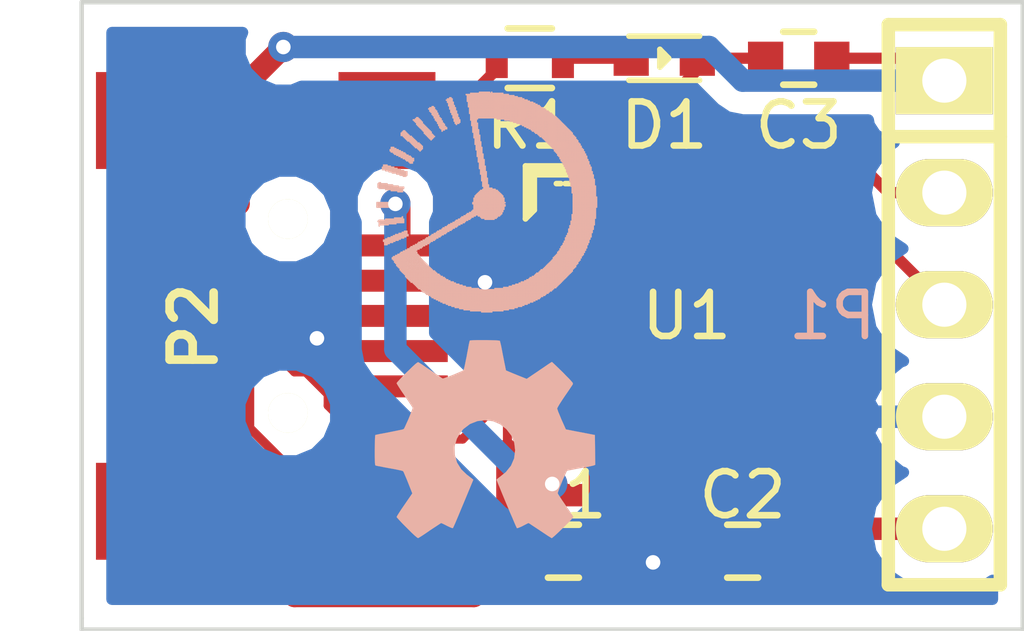
<source format=kicad_pcb>
(kicad_pcb (version 4) (host pcbnew "(2015-02-03 BZR 5404)-product")
  (title_block (date 2015'年'05'月'26'日'))
  (layers (0 F.Cu signal) (31 B.Cu signal) (34 B.Paste user) (35 F.Paste user) (36 B.SilkS user hide) (37 F.SilkS user) (38 B.Mask user) (39 F.Mask user) (44 Edge.Cuts user))
  (net 0 "")
  (net 1 GND)
  (net 2 +3V3)
  (net 3 VCC)
  (net 4 "Net-(D1-Pad1)")
  (net 5 /TXD)
  (net 6 /RXD)
  (net 7 /D-)
  (net 8 /D+)
  (module BASIC:CAP_0603 (layer F.Cu) (at 199.136 156.21)
    (fp_text reference C1 (at 0 -1.27) (layer F.SilkS))
    (fp_text value 10uf)
    (pad 1 smd rect (at -0.75 0) (size 0.8 0.75) (layers F.Cu F.Paste F.Mask) (net 2 +3V3))
    (pad 2 smd rect (at 0.75 0) (size 0.8 0.75) (layers F.Cu F.Paste F.Mask) (net 1 GND))
  )
  (module BASIC:CAP_0603 (layer F.Cu) (at 203.2 156.21 180)
    (fp_text reference C2 (at 0 1.27 180) (layer F.SilkS))
    (fp_text value 1uf)
    (pad 1 smd rect (at -0.75 0 180) (size 0.8 0.75) (layers F.Cu F.Paste F.Mask) (net 3 VCC))
    (pad 2 smd rect (at 0.75 0 180) (size 0.8 0.75) (layers F.Cu F.Paste F.Mask) (net 1 GND))
  )
  (module BASIC:CAP_0603 (layer F.Cu) (at 204.47 145.034 180)
    (fp_text reference C3 (at 0 -1.524 180) (layer F.SilkS))
    (fp_text value 0.1uf)
    (pad 1 smd rect (at -0.75 0 180) (size 0.8 0.75) (layers F.Cu F.Paste F.Mask) (net 2 +3V3))
    (pad 2 smd rect (at 0.75 0 180) (size 0.8 0.75) (layers F.Cu F.Paste F.Mask) (net 1 GND))
  )
  (module BASIC:LED-0603 (layer F.Cu) (at 201.422 145.034)
    (fp_text reference D1 (at 0 1.524) (layer F.SilkS))
    (fp_text value LED hide)
    (pad 1 smd rect (at -0.7493 0) (size 0.79756 0.79756) (layers F.Cu F.Paste F.Mask) (net 4 "Net-(D1-Pad1)"))
    (pad 2 smd rect (at 0.7493 0) (size 0.79756 0.79756) (layers F.Cu F.Paste F.Mask) (net 1 GND))
  )
  (module BASIC:R_0603 (layer F.Cu) (at 198.374 145.034)
    (fp_text reference R1 (at 0 1.524) (layer F.SilkS))
    (fp_text value 330)
    (pad 1 smd rect (at -0.75 0) (size 0.5 0.9) (layers F.Cu F.Paste F.Mask) (net 3 VCC))
    (pad 2 smd rect (at 0.75 0) (size 0.5 0.9) (layers F.Cu F.Paste F.Mask) (net 4 "Net-(D1-Pad1)"))
  )
  (module BASIC:QFN-28 (layer F.Cu) (at 201.676 150.876 270)
    (fp_text reference U1 (at 0 -0.254 360) (layer F.SilkS))
    (fp_text value CP2102 hide)
    (pad 2 smd rect (at -1.30048 2.84988 270) (size 0.35052 0.8001) (layers F.Cu F.Paste F.Mask))
    (pad 3 smd rect (at -0.65024 2.84988 270) (size 0.35052 0.8001) (layers F.Cu F.Paste F.Mask) (net 1 GND))
    (pad 4 smd rect (at 0 2.84988 270) (size 0.35052 0.8001) (layers F.Cu F.Paste F.Mask) (net 8 /D+))
    (pad 5 smd rect (at 0.65024 2.84988 270) (size 0.35052 0.8001) (layers F.Cu F.Paste F.Mask) (net 7 /D-))
    (pad 8 smd rect (at 2.85242 1.95072 270) (size 0.8001 0.35052) (layers F.Cu F.Paste F.Mask) (net 3 VCC))
    (pad 9 smd rect (at 2.85242 1.30048 270) (size 0.8001 0.35052) (layers F.Cu F.Paste F.Mask))
    (pad 10 smd rect (at 2.85242 0.65024 270) (size 0.8001 0.35052) (layers F.Cu F.Paste F.Mask))
    (pad 11 smd rect (at 2.85242 0 270) (size 0.8001 0.35052) (layers F.Cu F.Paste F.Mask))
    (pad 12 smd rect (at 2.85242 -0.65024 270) (size 0.8001 0.35052) (layers F.Cu F.Paste F.Mask))
    (pad 13 smd rect (at 2.85242 -1.30048 270) (size 0.8001 0.35052) (layers F.Cu F.Paste F.Mask))
    (pad 14 smd rect (at 2.85242 -1.95072 270) (size 0.8001 0.35052) (layers F.Cu F.Paste F.Mask))
    (pad 1 smd rect (at -1.95072 2.84988 270) (size 0.35052 0.8001) (layers F.Cu F.Paste F.Mask))
    (pad 29 smd rect (at 0.94996 0.94996 270) (size 1.89992 1.89992) (layers F.Cu F.Paste F.Mask))
    (pad 29 smd rect (at -0.94996 0.94996 270) (size 1.89992 1.89992) (layers F.Cu F.Paste F.Mask))
    (pad 29 smd rect (at -0.94996 -0.94996 270) (size 1.89992 1.89992) (layers F.Cu F.Paste F.Mask))
    (pad 29 smd rect (at 0.94996 -0.94996 270) (size 1.89992 1.89992) (layers F.Cu F.Paste F.Mask))
    (pad 15 smd rect (at 2.00152 -2.85242 270) (size 0.35052 0.8001) (layers F.Cu F.Paste F.Mask))
    (pad 16 smd rect (at 1.35128 -2.85242 270) (size 0.35052 0.8001) (layers F.Cu F.Paste F.Mask))
    (pad 17 smd rect (at 0.70104 -2.85242 270) (size 0.35052 0.8001) (layers F.Cu F.Paste F.Mask))
    (pad 18 smd rect (at 0 -2.85242 270) (size 0.35052 0.8001) (layers F.Cu F.Paste F.Mask))
    (pad 19 smd rect (at -0.59944 -2.85242 270) (size 0.35052 0.8001) (layers F.Cu F.Paste F.Mask))
    (pad 20 smd rect (at -1.24968 -2.85242 270) (size 0.35052 0.8001) (layers F.Cu F.Paste F.Mask))
    (pad 21 smd rect (at -1.89992 -2.85242 270) (size 0.35052 0.8001) (layers F.Cu F.Paste F.Mask))
    (pad 22 smd rect (at -2.84988 -1.95072 270) (size 0.8001 0.35052) (layers F.Cu F.Paste F.Mask))
    (pad 23 smd rect (at -2.84988 -1.30048 270) (size 0.8001 0.35052) (layers F.Cu F.Paste F.Mask))
    (pad 24 smd rect (at -2.84988 -0.65024 270) (size 0.8001 0.35052) (layers F.Cu F.Paste F.Mask))
    (pad 25 smd rect (at -2.84988 0 270) (size 0.8001 0.35052) (layers F.Cu F.Paste F.Mask) (net 6 /RXD))
    (pad 26 smd rect (at -2.84988 0.65024 270) (size 0.8001 0.35052) (layers F.Cu F.Paste F.Mask) (net 5 /TXD))
    (pad 27 smd rect (at -2.84988 1.30048 270) (size 0.8001 0.35052) (layers F.Cu F.Paste F.Mask))
    (pad 28 smd rect (at -2.84988 1.95072 270) (size 0.8001 0.35052) (layers F.Cu F.Paste F.Mask))
    (pad 6 smd rect (at 1.30048 2.84988 270) (size 0.35052 0.8001) (layers F.Cu F.Paste F.Mask) (net 2 +3V3))
    (pad 7 smd rect (at 1.95072 2.84988 270) (size 0.35052 0.8001) (layers F.Cu F.Paste F.Mask) (net 3 VCC))
  )
  (module BASIC:PIN_SOCKET_5 (layer F.Cu) (at 207.772 150.622 270)
    (fp_text reference P1 (at 0.254 2.54 360) (layer B.SilkS) (effects (justify mirror)))
    (fp_text value CONN_01X05 hide)
    (pad 1 thru_hole rect (at -5.08 0 270) (size 1.524 2.19964) (drill 1.00076) (layers *.Cu *.Mask F.SilkS) (net 2 +3V3))
    (pad 2 thru_hole oval (at -2.54 0 270) (size 1.524 2.19964) (drill 1.00076) (layers *.Cu *.Mask F.SilkS) (net 5 /TXD))
    (pad 3 thru_hole oval (at 0 0 270) (size 1.524 2.19964) (drill 1.00076) (layers *.Cu *.Mask F.SilkS) (net 6 /RXD))
    (pad 4 thru_hole oval (at 2.54 0 270) (size 1.524 2.19964) (drill 1.00076) (layers *.Cu *.Mask F.SilkS) (net 1 GND))
    (pad 5 thru_hole oval (at 5.08 0 270) (size 1.524 2.19964) (drill 1.00076) (layers *.Cu *.Mask F.SilkS) (net 3 VCC))
  )
  (module BASIC:USB_B_MINI_SMD (layer F.Cu) (at 191.516 150.876 270)
    (fp_text reference P2 (at 0.254 0.762 270) (layer F.SilkS) (effects (font (size 0.99822 0.99822) (thickness 0.19558))))
    (fp_text value MICRO-USB-B hide)
    (pad 9 smd rect (at 4.42976 -3.6195 270) (size 2.1971 2.1971) (layers F.Cu F.Paste F.Mask))
    (pad 1 smd rect (at -1.59766 -3.8989 270) (size 0.49784 2.1971) (layers F.Cu F.Paste F.Mask) (net 3 VCC))
    (pad 2 smd rect (at -0.79756 -3.8989 270) (size 0.49784 2.1971) (layers F.Cu F.Paste F.Mask) (net 7 /D-))
    (pad 3 smd rect (at 0 -3.8989 270) (size 0.49784 2.1971) (layers F.Cu F.Paste F.Mask) (net 8 /D+))
    (pad 4 smd rect (at 0.79756 -3.8989 270) (size 0.49784 2.1971) (layers F.Cu F.Paste F.Mask))
    (pad 5 smd rect (at 1.59766 -3.8989 270) (size 0.49784 2.1971) (layers F.Cu F.Paste F.Mask) (net 1 GND))
    (pad "" np_thru_hole circle (at -2.1971 -1.3716 270) (size 0.89916 0.89916) (drill 0.89916) (layers *.Cu *.Mask F.SilkS))
    (pad "" np_thru_hole circle (at 2.19964 -1.3716 270) (size 0.89916 0.89916) (drill 0.89916) (layers *.Cu *.Mask F.SilkS))
    (pad 6 smd rect (at -4.42976 -3.6195 270) (size 2.1971 2.1971) (layers F.Cu F.Paste F.Mask))
    (pad 7 smd rect (at -4.42976 1.8796 270) (size 2.1971 2.1971) (layers F.Cu F.Paste F.Mask))
    (pad 8 smd rect (at 4.42976 1.8796 270) (size 2.1971 2.1971) (layers F.Cu F.Paste F.Mask))
  )
  (module BASIC:LOGO_LEMBED (layer B.Cu) (at 199.898 145.796 180)
    (fp_text reference LOGO1 hide)
    (fp_text value LEMBED-LOGO hide)
  )
  (module BASIC:LOGO_SILK_OSHW_6x6mm (layer B.Cu) (at 197.358 153.67 180)
    (fp_text reference LOGO2 hide)
    (fp_text value OPEN_HARDWARE_1 hide)
  )
  (gr_line (start 209.55 157.988) (end 209.55 157.734) (angle 90) (layer Edge.Cuts) (width 0.1))
  (gr_line (start 188.214 157.988) (end 209.55 157.988) (angle 90) (layer Edge.Cuts) (width 0.1))
  (gr_line (start 188.214 157.734) (end 188.214 157.988) (angle 90) (layer Edge.Cuts) (width 0.1))
  (gr_line (start 188.214 157.734) (end 188.214 143.764) (angle 90) (layer Edge.Cuts) (width 0.1))
  (gr_line (start 209.55 143.764) (end 209.55 157.734) (angle 90) (layer Edge.Cuts) (width 0.1))
  (gr_line (start 188.214 143.764) (end 209.55 143.764) (angle 90) (layer Edge.Cuts) (width 0.1))
  (segment (start 201.168 156.464) (end 201.168 156.21) (width 0.254) (layer B.Cu) (net 1))
  (segment (start 204.216 153.162) (end 207.772 153.162) (width 0.254) (layer B.Cu) (net 1))
  (segment (start 201.168 156.21) (end 204.216 153.162) (width 0.254) (layer B.Cu) (net 1))
  (segment (start 197.358 150.114) (end 200.152 150.114) (width 0.254) (layer B.Cu) (net 1))
  (segment (start 200.152 150.114) (end 203.2 153.162) (width 0.254) (layer B.Cu) (net 1))
  (segment (start 203.2 153.162) (end 207.772 153.162) (width 0.254) (layer B.Cu) (net 1))
  (via (at 201.168 156.464) (size 0.6858) (layers F.Cu B.Cu) (net 1))
  (segment (start 202.45 156.21) (end 201.422 156.21) (width 0.254) (layer F.Cu) (net 1))
  (segment (start 201.422 156.21) (end 201.168 156.464) (width 0.254) (layer F.Cu) (net 1))
  (segment (start 197.485 149.987) (end 197.358 150.114) (width 0.254) (layer F.Cu) (net 1))
  (via (at 197.358 150.114) (size 0.6858) (layers F.Cu B.Cu) (net 1))
  (segment (start 193.548 151.384) (end 193.548 151.638) (width 0.204) (layer F.Cu) (net 1))
  (segment (start 194.12966 152.47366) (end 193.548 151.892) (width 0.204) (layer F.Cu) (net 1))
  (segment (start 193.548 151.892) (end 193.548 151.638) (width 0.204) (layer F.Cu) (net 1))
  (segment (start 194.12966 152.47366) (end 195.4149 152.47366) (width 0.204) (layer F.Cu) (net 1))
  (via (at 193.548 151.384) (size 0.6858) (layers F.Cu B.Cu) (net 1))
  (segment (start 203.72 145.034) (end 202.1713 145.034) (width 0.254) (layer F.Cu) (net 1))
  (segment (start 202.1713 145.034) (end 202.1713 145.3007) (width 0.254) (layer F.Cu) (net 1))
  (segment (start 202.1713 145.3007) (end 201.422 146.05) (width 0.254) (layer F.Cu) (net 1))
  (segment (start 201.422 146.05) (end 200.406 146.05) (width 0.254) (layer F.Cu) (net 1))
  (segment (start 200.406 146.05) (end 199.644 146.812) (width 0.254) (layer F.Cu) (net 1))
  (segment (start 199.644 146.812) (end 198.628 146.812) (width 0.254) (layer F.Cu) (net 1))
  (segment (start 198.82612 150.22576) (end 197.72376 150.22576) (width 0.254) (layer F.Cu) (net 1))
  (segment (start 197.72376 150.22576) (end 197.485 149.987) (width 0.254) (layer F.Cu) (net 1))
  (segment (start 197.485 149.987) (end 197.358 149.86) (width 0.254) (layer F.Cu) (net 1))
  (segment (start 197.358 149.86) (end 197.358 149.352) (width 0.254) (layer F.Cu) (net 1))
  (segment (start 197.358 149.352) (end 197.866 148.844) (width 0.254) (layer F.Cu) (net 1))
  (segment (start 197.866 148.844) (end 197.866 147.32) (width 0.254) (layer F.Cu) (net 1))
  (segment (start 197.866 147.32) (end 198.374 146.812) (width 0.254) (layer F.Cu) (net 1))
  (segment (start 198.374 146.812) (end 198.628 146.812) (width 0.254) (layer F.Cu) (net 1))
  (segment (start 202.1713 145.3007) (end 202.1713 145.288) (width 0.254) (layer F.Cu) (net 1))
  (segment (start 199.886 156.21) (end 202.45 156.21) (width 0.254) (layer F.Cu) (net 1))
  (segment (start 198.386 156.21) (end 197.866 155.69) (width 0.508) (layer F.Cu) (net 2))
  (segment (start 197.866 155.69) (end 197.866 153.924) (width 0.508) (layer F.Cu) (net 2))
  (segment (start 192.786 144.78) (end 202.438 144.78) (width 0.508) (layer B.Cu) (net 2))
  (segment (start 202.438 144.78) (end 203.2 145.542) (width 0.508) (layer B.Cu) (net 2))
  (segment (start 203.2 145.542) (end 207.772 145.542) (width 0.508) (layer B.Cu) (net 2))
  (segment (start 198.386 156.21) (end 198.12 156.21) (width 0.508) (layer F.Cu) (net 2))
  (segment (start 198.12 156.21) (end 197.104 157.226) (width 0.508) (layer F.Cu) (net 2))
  (segment (start 197.104 157.226) (end 193.04 157.226) (width 0.508) (layer F.Cu) (net 2))
  (segment (start 193.04 157.226) (end 191.516 155.702) (width 0.508) (layer F.Cu) (net 2))
  (segment (start 191.516 155.702) (end 191.516 153.924) (width 0.508) (layer F.Cu) (net 2))
  (segment (start 191.516 153.924) (end 190.754 153.162) (width 0.508) (layer F.Cu) (net 2))
  (segment (start 190.754 153.162) (end 190.754 149.352) (width 0.508) (layer F.Cu) (net 2))
  (segment (start 190.754 149.352) (end 191.77 148.336) (width 0.508) (layer F.Cu) (net 2))
  (segment (start 191.77 148.336) (end 191.77 145.796) (width 0.508) (layer F.Cu) (net 2))
  (segment (start 191.77 145.796) (end 192.786 144.78) (width 0.508) (layer F.Cu) (net 2))
  (segment (start 198.12 156.21) (end 197.104 157.226) (width 0.254) (layer F.Cu) (net 2))
  (segment (start 203.2 145.542) (end 207.772 145.542) (width 0.254) (layer B.Cu) (net 2))
  (segment (start 202.438 144.78) (end 203.2 145.542) (width 0.254) (layer B.Cu) (net 2))
  (via (at 192.786 144.78) (size 0.6858) (layers F.Cu B.Cu) (net 2))
  (segment (start 190.754 153.162) (end 190.754 149.352) (width 0.254) (layer F.Cu) (net 2))
  (segment (start 191.516 153.924) (end 190.754 153.162) (width 0.254) (layer F.Cu) (net 2))
  (segment (start 191.516 155.448) (end 191.516 153.924) (width 0.254) (layer F.Cu) (net 2))
  (segment (start 193.294 157.226) (end 191.516 155.448) (width 0.254) (layer F.Cu) (net 2))
  (segment (start 197.104 157.226) (end 193.294 157.226) (width 0.254) (layer F.Cu) (net 2))
  (segment (start 205.22 145.034) (end 207.264 145.034) (width 0.254) (layer F.Cu) (net 2))
  (segment (start 207.264 145.034) (end 207.772 145.542) (width 0.254) (layer F.Cu) (net 2))
  (segment (start 198.82612 152.17648) (end 198.24352 152.17648) (width 0.204) (layer F.Cu) (net 2))
  (segment (start 197.866 152.554) (end 197.866 153.924) (width 0.204) (layer F.Cu) (net 2))
  (segment (start 197.866 153.924) (end 197.866 155.69) (width 0.204) (layer F.Cu) (net 2))
  (segment (start 198.24352 152.17648) (end 197.866 152.554) (width 0.204) (layer F.Cu) (net 2))
  (segment (start 207.518 145.288) (end 207.772 145.542) (width 0.254) (layer F.Cu) (net 2))
  (segment (start 197.866 155.69) (end 198.386 156.21) (width 0.254) (layer F.Cu) (net 2))
  (segment (start 198.882 154.686) (end 198.882 154.04084) (width 0.254) (layer F.Cu) (net 3))
  (segment (start 198.882 154.04084) (end 199.19442 153.72842) (width 0.254) (layer F.Cu) (net 3))
  (segment (start 195.4149 149.27834) (end 195.4149 148.4249) (width 0.508) (layer F.Cu) (net 3))
  (segment (start 195.4149 148.4249) (end 195.326 148.336) (width 0.508) (layer F.Cu) (net 3))
  (segment (start 198.882 154.686) (end 198.374 154.686) (width 0.508) (layer B.Cu) (net 3))
  (segment (start 195.326 151.638) (end 195.326 148.336) (width 0.508) (layer B.Cu) (net 3))
  (segment (start 198.374 154.686) (end 195.326 151.638) (width 0.508) (layer B.Cu) (net 3))
  (segment (start 200.406 154.94) (end 199.136 154.94) (width 0.508) (layer F.Cu) (net 3))
  (segment (start 199.136 154.94) (end 198.882 154.686) (width 0.508) (layer F.Cu) (net 3))
  (segment (start 200.406 154.94) (end 203.2 154.94) (width 0.508) (layer F.Cu) (net 3))
  (segment (start 203.2 154.94) (end 203.962 155.702) (width 0.508) (layer F.Cu) (net 3))
  (segment (start 203.962 155.702) (end 205.486 155.702) (width 0.508) (layer F.Cu) (net 3))
  (segment (start 207.772 155.702) (end 205.486 155.702) (width 0.508) (layer F.Cu) (net 3))
  (segment (start 199.136 154.94) (end 199.898 154.94) (width 0.254) (layer F.Cu) (net 3))
  (segment (start 198.882 154.686) (end 199.136 154.94) (width 0.254) (layer F.Cu) (net 3))
  (via (at 198.882 154.686) (size 0.6858) (layers F.Cu B.Cu) (net 3))
  (via (at 195.326 148.336) (size 0.6858) (layers F.Cu B.Cu) (net 3))
  (segment (start 195.4149 148.4249) (end 195.326 148.336) (width 0.254) (layer F.Cu) (net 3))
  (segment (start 195.4149 149.27834) (end 196.41566 149.27834) (width 0.254) (layer F.Cu) (net 3))
  (segment (start 196.41566 149.27834) (end 197.104 148.59) (width 0.254) (layer F.Cu) (net 3))
  (segment (start 197.104 145.808) (end 197.624 145.288) (width 0.254) (layer F.Cu) (net 3))
  (segment (start 197.104 148.59) (end 197.104 145.808) (width 0.254) (layer F.Cu) (net 3))
  (segment (start 199.72528 153.72842) (end 199.72528 154.76728) (width 0.254) (layer F.Cu) (net 3))
  (segment (start 199.72528 154.76728) (end 199.898 154.94) (width 0.254) (layer F.Cu) (net 3))
  (segment (start 203.95 155.69) (end 203.95 156.21) (width 0.254) (layer F.Cu) (net 3))
  (segment (start 203.2 154.94) (end 203.95 155.69) (width 0.254) (layer F.Cu) (net 3))
  (segment (start 199.898 154.94) (end 200.406 154.94) (width 0.254) (layer F.Cu) (net 3))
  (segment (start 197.612 145.3) (end 197.624 145.288) (width 0.254) (layer F.Cu) (net 3))
  (segment (start 207.264 156.21) (end 207.772 155.702) (width 0.254) (layer F.Cu) (net 3))
  (segment (start 198.82612 152.82672) (end 198.82612 153.36012) (width 0.254) (layer F.Cu) (net 3))
  (segment (start 198.82612 153.36012) (end 199.19442 153.72842) (width 0.254) (layer F.Cu) (net 3))
  (segment (start 199.19442 153.72842) (end 199.72528 153.72842) (width 0.254) (layer F.Cu) (net 3))
  (segment (start 200.6727 145.034) (end 199.124 145.034) (width 0.254) (layer F.Cu) (net 4))
  (segment (start 201.295 146.939) (end 201.676 146.558) (width 0.254) (layer F.Cu) (net 5))
  (segment (start 206.502 148.082) (end 207.772 148.082) (width 0.254) (layer F.Cu) (net 5))
  (segment (start 204.978 146.558) (end 206.502 148.082) (width 0.254) (layer F.Cu) (net 5))
  (segment (start 201.676 146.558) (end 204.978 146.558) (width 0.254) (layer F.Cu) (net 5))
  (segment (start 201.02576 148.02612) (end 201.02576 147.20824) (width 0.254) (layer F.Cu) (net 5))
  (segment (start 201.02576 147.20824) (end 201.295 146.939) (width 0.254) (layer F.Cu) (net 5))
  (segment (start 207.01 148.082) (end 207.772 148.082) (width 0.254) (layer F.Cu) (net 5))
  (segment (start 207.264 148.336) (end 207.772 148.336) (width 0.204) (layer F.Cu) (net 5))
  (segment (start 201.676 148.02612) (end 201.676 147.32) (width 0.254) (layer F.Cu) (net 6))
  (segment (start 201.676 147.32) (end 201.93 147.066) (width 0.254) (layer F.Cu) (net 6))
  (segment (start 205.994 148.336) (end 205.994 148.844) (width 0.254) (layer F.Cu) (net 6))
  (segment (start 204.724 147.066) (end 205.994 148.336) (width 0.254) (layer F.Cu) (net 6))
  (segment (start 201.93 147.066) (end 204.724 147.066) (width 0.254) (layer F.Cu) (net 6))
  (segment (start 205.994 148.844) (end 207.772 150.622) (width 0.254) (layer F.Cu) (net 6))
  (segment (start 192.024 151.638) (end 192.024 150.876) (width 0.204) (layer F.Cu) (net 7))
  (segment (start 192.82156 150.07844) (end 195.4149 150.07844) (width 0.204) (layer F.Cu) (net 7))
  (segment (start 192.024 150.876) (end 192.82156 150.07844) (width 0.204) (layer F.Cu) (net 7))
  (segment (start 192.024 152.4) (end 192.024 151.638) (width 0.204) (layer F.Cu) (net 7))
  (segment (start 197.509998 152.908) (end 197.509998 151.740002) (width 0.204) (layer F.Cu) (net 7))
  (segment (start 197.72376 151.52624) (end 198.82612 151.52624) (width 0.204) (layer F.Cu) (net 7))
  (segment (start 197.509998 151.740002) (end 197.72376 151.52624) (width 0.204) (layer F.Cu) (net 7))
  (segment (start 192.024 153.416) (end 192.024 152.4) (width 0.204) (layer F.Cu) (net 7))
  (segment (start 192.786 154.178) (end 192.024 153.416) (width 0.204) (layer F.Cu) (net 7))
  (segment (start 193.294 154.178) (end 192.786 154.178) (width 0.204) (layer F.Cu) (net 7))
  (segment (start 193.802 153.67) (end 193.294 154.178) (width 0.204) (layer F.Cu) (net 7))
  (segment (start 196.85 153.67) (end 193.802 153.67) (width 0.204) (layer F.Cu) (net 7))
  (segment (start 197.509998 153.010002) (end 196.85 153.67) (width 0.204) (layer F.Cu) (net 7))
  (segment (start 197.509998 152.908) (end 197.509998 153.010002) (width 0.204) (layer F.Cu) (net 7))
  (segment (start 192.786 151.892) (end 192.532 151.638) (width 0.204) (layer F.Cu) (net 8))
  (segment (start 192.532 151.13) (end 192.786 150.876) (width 0.204) (layer F.Cu) (net 8))
  (segment (start 192.532 151.638) (end 192.532 151.13) (width 0.204) (layer F.Cu) (net 8))
  (segment (start 193.04 150.622) (end 193.802 150.622) (width 0.204) (layer F.Cu) (net 8))
  (segment (start 192.786 150.876) (end 193.04 150.622) (width 0.204) (layer F.Cu) (net 8))
  (segment (start 195.4149 150.876) (end 194.056 150.876) (width 0.204) (layer F.Cu) (net 8))
  (segment (start 194.056 150.876) (end 193.802 150.622) (width 0.204) (layer F.Cu) (net 8))
  (segment (start 193.04 152.146) (end 193.294 152.146) (width 0.204) (layer F.Cu) (net 8))
  (segment (start 192.786 151.892) (end 193.04 152.146) (width 0.204) (layer F.Cu) (net 8))
  (segment (start 193.802 152.654) (end 193.802 152.908) (width 0.204) (layer F.Cu) (net 8))
  (segment (start 193.294 152.146) (end 193.802 152.654) (width 0.204) (layer F.Cu) (net 8))
  (segment (start 198.82612 150.876) (end 197.612 150.876) (width 0.204) (layer F.Cu) (net 8))
  (segment (start 194.056 153.162) (end 193.802 152.908) (width 0.204) (layer F.Cu) (net 8))
  (segment (start 196.85 153.162) (end 194.056 153.162) (width 0.204) (layer F.Cu) (net 8))
  (segment (start 197.104 152.908) (end 196.85 153.162) (width 0.204) (layer F.Cu) (net 8))
  (segment (start 197.104 152.146) (end 197.104 152.908) (width 0.204) (layer F.Cu) (net 8))
  (segment (start 197.612 150.876) (end 197.104 151.384) (width 0.204) (layer F.Cu) (net 8))
  (segment (start 197.104 151.384) (end 197.104 152.146) (width 0.204) (layer F.Cu) (net 8))
  (zone (net 1) (net_name GND) (layer B.Cu) (connect_pads (clearance 0.508)) (min_thickness 0.254) (fill yes (arc_segments 16) (thermal_gap 0.508) (thermal_bridge_width 0.508))
    (polygon (pts (xy 209.55 157.988) (xy 188.214 157.988) (xy 188.214 143.764) (xy 209.55 143.764)))
  )
)
</source>
